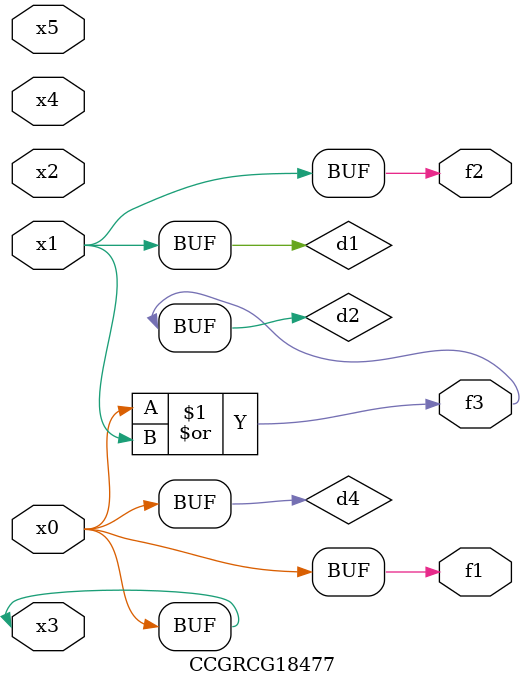
<source format=v>
module CCGRCG18477(
	input x0, x1, x2, x3, x4, x5,
	output f1, f2, f3
);

	wire d1, d2, d3, d4;

	and (d1, x1);
	or (d2, x0, x1);
	nand (d3, x0, x5);
	buf (d4, x0, x3);
	assign f1 = d4;
	assign f2 = d1;
	assign f3 = d2;
endmodule

</source>
